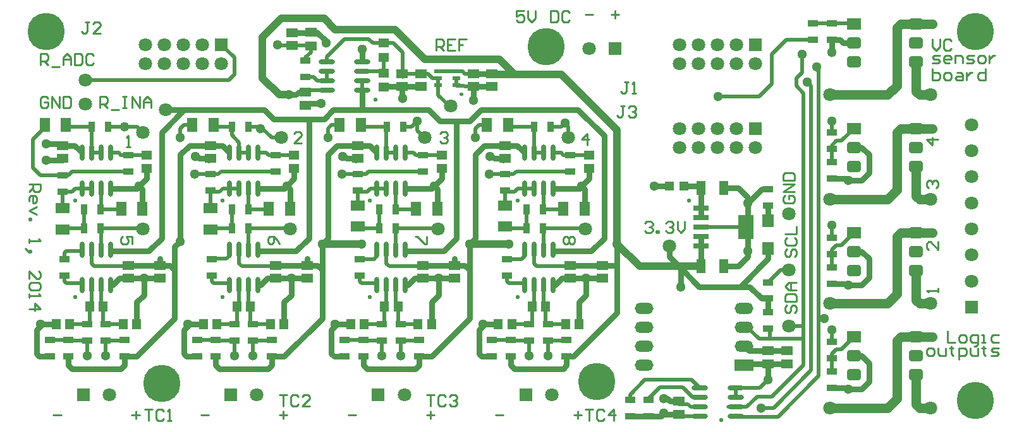
<source format=gtl>
%FSLAX42Y42*%
%MOMM*%
G71*
G01*
G75*
G04 Layer_Physical_Order=1*
G04 Layer_Color=255*
%ADD10R,1.35X0.85*%
%ADD11O,2.20X0.60*%
%ADD12R,2.15X3.20*%
%ADD13R,2.15X0.70*%
%ADD14R,1.15X1.85*%
%ADD15R,1.20X1.30*%
%ADD16R,1.50X1.30*%
%ADD17R,1.50X1.15*%
%ADD18R,1.15X1.40*%
%ADD19O,0.60X2.20*%
%ADD20R,0.85X1.35*%
%ADD21R,1.35X1.85*%
%ADD22R,1.85X1.35*%
%ADD23R,1.40X1.15*%
%ADD24R,1.40X1.20*%
%ADD25R,1.10X0.60*%
%ADD26R,1.90X1.50*%
G04:AMPARAMS|DCode=27|XSize=1.9mm|YSize=1.5mm|CornerRadius=0.38mm|HoleSize=0mm|Usage=FLASHONLY|Rotation=0.000|XOffset=0mm|YOffset=0mm|HoleType=Round|Shape=RoundedRectangle|*
%AMROUNDEDRECTD27*
21,1,1.90,0.75,0,0,0.0*
21,1,1.15,1.50,0,0,0.0*
1,1,0.75,0.57,-0.38*
1,1,0.75,-0.57,-0.38*
1,1,0.75,-0.57,0.38*
1,1,0.75,0.57,0.38*
%
%ADD27ROUNDEDRECTD27*%
%ADD28R,1.50X1.75*%
%ADD29C,0.50*%
%ADD30C,0.75*%
%ADD31C,1.00*%
%ADD32C,1.30*%
%ADD33C,0.25*%
%ADD34C,1.80*%
%ADD35R,1.80X1.80*%
%ADD36R,1.80X1.80*%
%ADD37C,5.00*%
%ADD38R,2.50X1.50*%
%ADD39O,2.50X1.50*%
%ADD40C,1.30*%
D10*
X15950Y11005D02*
D03*
Y11225D02*
D03*
Y9590D02*
D03*
Y9810D02*
D03*
Y8190D02*
D03*
Y8410D02*
D03*
X5975Y8825D02*
D03*
Y9045D02*
D03*
X6225Y8825D02*
D03*
Y9045D02*
D03*
X5475Y8615D02*
D03*
Y8835D02*
D03*
X5725D02*
D03*
Y8615D02*
D03*
X6475Y8835D02*
D03*
Y8615D02*
D03*
X5675Y9700D02*
D03*
Y9920D02*
D03*
X5650Y10825D02*
D03*
Y11045D02*
D03*
X6525Y11100D02*
D03*
Y11320D02*
D03*
X12400Y8835D02*
D03*
Y8615D02*
D03*
X12150Y8825D02*
D03*
Y9045D02*
D03*
X11600Y9700D02*
D03*
Y9920D02*
D03*
X11900Y8825D02*
D03*
Y9045D02*
D03*
X11650Y8835D02*
D03*
Y8615D02*
D03*
X11400D02*
D03*
Y8835D02*
D03*
X11575Y10840D02*
D03*
Y11060D02*
D03*
X12450Y11100D02*
D03*
Y11320D02*
D03*
X10425Y8835D02*
D03*
Y8615D02*
D03*
X10175Y8825D02*
D03*
Y9045D02*
D03*
X9625Y9700D02*
D03*
Y9920D02*
D03*
X9925Y8825D02*
D03*
Y9045D02*
D03*
X9675Y8835D02*
D03*
Y8615D02*
D03*
X9425D02*
D03*
Y8835D02*
D03*
X9600Y10840D02*
D03*
Y11060D02*
D03*
X10475Y11100D02*
D03*
Y11320D02*
D03*
X8450Y8835D02*
D03*
Y8615D02*
D03*
X8200Y8825D02*
D03*
Y9045D02*
D03*
X7650Y9700D02*
D03*
Y9920D02*
D03*
X7950Y8825D02*
D03*
Y9045D02*
D03*
X7700Y8835D02*
D03*
Y8615D02*
D03*
X7450D02*
D03*
Y8835D02*
D03*
X7625Y10840D02*
D03*
Y11060D02*
D03*
X8500Y11100D02*
D03*
Y11320D02*
D03*
X8900Y12365D02*
D03*
Y12585D02*
D03*
X13250Y8035D02*
D03*
Y7815D02*
D03*
X13500Y8035D02*
D03*
Y7815D02*
D03*
X15100Y9210D02*
D03*
Y8990D02*
D03*
Y9390D02*
D03*
Y9610D02*
D03*
X15950Y8810D02*
D03*
Y8590D02*
D03*
Y10210D02*
D03*
Y9990D02*
D03*
Y11625D02*
D03*
Y11405D02*
D03*
X15700Y12865D02*
D03*
Y13085D02*
D03*
X15950Y12865D02*
D03*
Y13085D02*
D03*
X15100Y10860D02*
D03*
Y10640D02*
D03*
D11*
X14185Y8190D02*
D03*
Y8064D02*
D03*
Y7936D02*
D03*
Y7810D02*
D03*
X14665Y8190D02*
D03*
Y8064D02*
D03*
Y7936D02*
D03*
Y7810D02*
D03*
X9665Y12185D02*
D03*
Y12311D02*
D03*
Y12439D02*
D03*
Y12565D02*
D03*
X9185Y12185D02*
D03*
Y12311D02*
D03*
Y12439D02*
D03*
Y12565D02*
D03*
D12*
X14802Y10350D02*
D03*
D13*
X14198Y10604D02*
D03*
Y10477D02*
D03*
Y10350D02*
D03*
Y10223D02*
D03*
Y10096D02*
D03*
D14*
Y10875D02*
D03*
X14502D02*
D03*
X14198Y9825D02*
D03*
X14502D02*
D03*
D15*
X13970Y10900D02*
D03*
X13780D02*
D03*
D16*
X8725Y12788D02*
D03*
Y12962D02*
D03*
X6525Y9662D02*
D03*
Y9838D02*
D03*
X6950Y9662D02*
D03*
Y9838D02*
D03*
X5650Y11272D02*
D03*
Y11447D02*
D03*
X11575Y11272D02*
D03*
Y11447D02*
D03*
X12450Y9662D02*
D03*
Y9838D02*
D03*
X12875Y9662D02*
D03*
Y9838D02*
D03*
X9600Y11272D02*
D03*
Y11447D02*
D03*
X10475Y9662D02*
D03*
Y9838D02*
D03*
X10900Y9662D02*
D03*
Y9838D02*
D03*
X7625Y11272D02*
D03*
Y11447D02*
D03*
X8500Y9662D02*
D03*
Y9838D02*
D03*
X8925Y9662D02*
D03*
Y9838D02*
D03*
X8900Y11988D02*
D03*
Y12162D02*
D03*
X10197Y12238D02*
D03*
Y12412D02*
D03*
X10447Y12238D02*
D03*
Y12412D02*
D03*
X11150Y12238D02*
D03*
Y12412D02*
D03*
X11400Y12238D02*
D03*
Y12412D02*
D03*
X15100Y8512D02*
D03*
Y8688D02*
D03*
X15350Y8512D02*
D03*
Y8688D02*
D03*
X13900Y8012D02*
D03*
Y7837D02*
D03*
D17*
X8975Y12780D02*
D03*
Y12970D02*
D03*
D18*
X5560Y9050D02*
D03*
X5740D02*
D03*
X6460D02*
D03*
X6640D02*
D03*
X6010Y9285D02*
D03*
X6190D02*
D03*
X12385Y9050D02*
D03*
X12565D02*
D03*
X11935Y9285D02*
D03*
X12115D02*
D03*
X11485Y9050D02*
D03*
X11665D02*
D03*
X10410D02*
D03*
X10590D02*
D03*
X9960Y9285D02*
D03*
X10140D02*
D03*
X9510Y9050D02*
D03*
X9690D02*
D03*
X8435D02*
D03*
X8615D02*
D03*
X7985Y9285D02*
D03*
X8165D02*
D03*
X7535Y9050D02*
D03*
X7715D02*
D03*
D19*
X5910Y9570D02*
D03*
X6037D02*
D03*
X6163D02*
D03*
X6290D02*
D03*
X5910Y10050D02*
D03*
X6037D02*
D03*
X6163D02*
D03*
X6290D02*
D03*
X5910Y10870D02*
D03*
X6037D02*
D03*
X6163D02*
D03*
X6290D02*
D03*
X5910Y11350D02*
D03*
X6037D02*
D03*
X6163D02*
D03*
X6290D02*
D03*
X11835Y10870D02*
D03*
X11961D02*
D03*
X12089D02*
D03*
X12215D02*
D03*
X11835Y11350D02*
D03*
X11961D02*
D03*
X12089D02*
D03*
X12215D02*
D03*
X11835Y9570D02*
D03*
X11961D02*
D03*
X12089D02*
D03*
X12215D02*
D03*
X11835Y10050D02*
D03*
X11961D02*
D03*
X12089D02*
D03*
X12215D02*
D03*
X9860Y10870D02*
D03*
X9986D02*
D03*
X10114D02*
D03*
X10240D02*
D03*
X9860Y11350D02*
D03*
X9986D02*
D03*
X10114D02*
D03*
X10240D02*
D03*
X9860Y9570D02*
D03*
X9986D02*
D03*
X10114D02*
D03*
X10240D02*
D03*
X9860Y10050D02*
D03*
X9986D02*
D03*
X10114D02*
D03*
X10240D02*
D03*
X7885Y10870D02*
D03*
X8011D02*
D03*
X8139D02*
D03*
X8265D02*
D03*
X7885Y11350D02*
D03*
X8011D02*
D03*
X8139D02*
D03*
X8265D02*
D03*
X7885Y9570D02*
D03*
X8011D02*
D03*
X8139D02*
D03*
X8265D02*
D03*
X7885Y10050D02*
D03*
X8011D02*
D03*
X8139D02*
D03*
X8265D02*
D03*
D20*
X6160Y10335D02*
D03*
X5940D02*
D03*
Y10585D02*
D03*
X6160D02*
D03*
X6040Y11700D02*
D03*
X6260D02*
D03*
X12085Y10335D02*
D03*
X11865D02*
D03*
Y10585D02*
D03*
X12085D02*
D03*
X11965Y11700D02*
D03*
X12185D02*
D03*
X10110Y10335D02*
D03*
X9890D02*
D03*
Y10585D02*
D03*
X10110D02*
D03*
X9990Y11700D02*
D03*
X10210D02*
D03*
X8135Y10335D02*
D03*
X7915D02*
D03*
Y10585D02*
D03*
X8135D02*
D03*
X7915Y11700D02*
D03*
X8135D02*
D03*
D21*
X6432Y10600D02*
D03*
X6718D02*
D03*
X5408Y11725D02*
D03*
X5692D02*
D03*
X11332D02*
D03*
X11617D02*
D03*
X12357Y10600D02*
D03*
X12643D02*
D03*
X9357Y11725D02*
D03*
X9643D02*
D03*
X10382Y10600D02*
D03*
X10668D02*
D03*
X7382Y11725D02*
D03*
X7668D02*
D03*
X8407Y10600D02*
D03*
X8693D02*
D03*
D22*
X5650Y10318D02*
D03*
Y10603D02*
D03*
X11575Y10357D02*
D03*
Y10643D02*
D03*
X9600Y10357D02*
D03*
Y10643D02*
D03*
X7625Y10318D02*
D03*
Y10603D02*
D03*
D23*
X6775Y11135D02*
D03*
Y11315D02*
D03*
X12700Y11135D02*
D03*
Y11315D02*
D03*
X10725Y11135D02*
D03*
Y11315D02*
D03*
X8750Y11135D02*
D03*
Y11315D02*
D03*
D24*
X9950Y12630D02*
D03*
Y12820D02*
D03*
X9950Y12230D02*
D03*
Y12420D02*
D03*
D25*
X10920Y12255D02*
D03*
Y12350D02*
D03*
Y12445D02*
D03*
X10680D02*
D03*
Y12350D02*
D03*
Y12255D02*
D03*
D26*
X16250Y8875D02*
D03*
Y10275D02*
D03*
Y11675D02*
D03*
Y13075D02*
D03*
D27*
Y8621D02*
D03*
Y8367D02*
D03*
X17080Y8875D02*
D03*
Y8621D02*
D03*
Y8367D02*
D03*
X16250Y10021D02*
D03*
Y9767D02*
D03*
X17080Y10275D02*
D03*
Y10021D02*
D03*
Y9767D02*
D03*
X16250Y11421D02*
D03*
Y11167D02*
D03*
X17080Y11675D02*
D03*
Y11421D02*
D03*
Y11167D02*
D03*
X16250Y12821D02*
D03*
Y12567D02*
D03*
X17080Y13075D02*
D03*
Y12821D02*
D03*
Y12567D02*
D03*
D28*
X15100Y10438D02*
D03*
Y10062D02*
D03*
D29*
X15265Y9775D02*
X15375D01*
X15100Y9610D02*
X15265Y9775D01*
X7845Y9925D02*
X7885Y9964D01*
X7650Y9925D02*
X7845D01*
X5950Y12325D02*
X7875D01*
X14990Y8190D02*
X15100Y8300D01*
X14665Y8190D02*
X14990D01*
X15025Y7925D02*
X15025Y7925D01*
X15175D01*
X14565Y7936D02*
X14686D01*
X14950Y8075D02*
X15150D01*
X14812Y7936D02*
X14950Y8075D01*
X14665Y7936D02*
X14812D01*
X15230Y7805D02*
X15775Y8350D01*
X14670Y7805D02*
X15230D01*
X14665Y7810D02*
X14670Y7805D01*
X13900Y7809D02*
X14085D01*
X12375Y11750D02*
X12425Y11700D01*
Y11550D02*
Y11700D01*
X10400Y11650D02*
X10500Y11550D01*
X10400Y11650D02*
Y11775D01*
X8135Y11700D02*
X8300D01*
X8450Y11550D01*
X8575D01*
X6650Y11700D02*
X6725Y11625D01*
X6475Y11700D02*
X6650D01*
X10680Y12120D02*
X10800Y12000D01*
X10680Y12120D02*
Y12255D01*
X7775Y12800D02*
X7950Y12625D01*
Y12400D02*
Y12625D01*
X7875Y12325D02*
X7950Y12400D01*
X12325Y11700D02*
X12375Y11750D01*
X12185Y11700D02*
X12325D01*
X15550Y9025D02*
X15575Y9050D01*
X15375Y9025D02*
X15550D01*
X15575Y8850D02*
Y9050D01*
X9185Y12635D02*
X9425Y12875D01*
X9750D01*
X10325Y11700D02*
X10400Y11775D01*
X10210Y11700D02*
X10325D01*
X10197Y12412D02*
X10447D01*
X10538D01*
X10600Y12350D01*
X10680D01*
X8525Y12800D02*
X8538Y12788D01*
X8725D01*
X7625Y11060D02*
X7735D01*
X7775Y11100D01*
X8500D01*
X7415Y11060D02*
X7625D01*
X7225Y11550D02*
Y11675D01*
X7275Y11725D01*
X7382D01*
X9390Y11060D02*
X9600D01*
X9200Y11550D02*
Y11675D01*
X9250Y11725D01*
X9357D01*
X11225D02*
X11332D01*
X11175Y11675D02*
X11225Y11725D01*
X11175Y11550D02*
Y11675D01*
X11175Y11550D02*
X11175Y11550D01*
X11365Y11060D02*
X11575D01*
X6715Y10335D02*
X6725Y10325D01*
X6160Y10335D02*
X6715D01*
X6415Y10585D02*
X6425Y10575D01*
X6160Y10585D02*
X6415D01*
X8690Y10335D02*
X8700Y10325D01*
X8135Y10335D02*
X8690D01*
X8390Y10585D02*
X8400Y10575D01*
X8135Y10585D02*
X8390D01*
X9750Y11100D02*
X10475D01*
X9710Y11060D02*
X9750Y11100D01*
X9600Y11060D02*
X9710D01*
X10665Y10335D02*
X10675Y10325D01*
X10110Y10335D02*
X10665D01*
X9625Y9920D02*
X9820D01*
X9860Y9960D01*
X11835D02*
Y10050D01*
X11795Y9920D02*
X11835Y9960D01*
X11600Y9920D02*
X11795D01*
X12615Y10335D02*
X12650Y10300D01*
X12085Y10335D02*
X12615D01*
X11575Y11060D02*
X11685D01*
X11725Y11100D01*
X12450D01*
X15700Y13085D02*
X15950D01*
X16240D02*
X16250Y13075D01*
X15950Y13085D02*
X16240D01*
X15950Y11225D02*
Y11405D01*
X16240Y10265D02*
X16250Y10275D01*
X16240Y8865D02*
X16250Y8875D01*
X15950Y8410D02*
Y8590D01*
X14076Y8300D02*
X14185Y8190D01*
X13450Y8300D02*
X14076D01*
X13250Y8100D02*
X13450Y8300D01*
X13250Y8035D02*
Y8100D01*
X14086Y8064D02*
X14185D01*
X13950Y8200D02*
X14086Y8064D01*
X13650Y8200D02*
X13950D01*
X13500Y8050D02*
X13650Y8200D01*
X13500Y8035D02*
Y8050D01*
X13900Y7975D02*
X14023D01*
X14061Y7936D01*
X14185D01*
X14000Y9825D02*
X14025D01*
X14198Y10350D02*
X14802D01*
X7693Y11700D02*
X7915D01*
Y11585D02*
Y11700D01*
Y11585D02*
X8011Y11489D01*
Y11350D02*
Y11489D01*
X8900Y12585D02*
Y12625D01*
X8975Y12700D01*
Y12780D01*
X8900Y12365D02*
X9010D01*
X9064Y12311D01*
X9185D01*
X8725Y12788D02*
X8968D01*
X6010Y9060D02*
Y9285D01*
X6190Y9080D02*
Y9285D01*
X6037Y9311D02*
Y9570D01*
X6010Y9285D02*
X6037Y9311D01*
X6163Y9311D02*
Y9570D01*
Y9311D02*
X6190Y9285D01*
X5745Y9045D02*
X5975D01*
X5740Y9050D02*
X5745Y9045D01*
X6225D02*
X6455D01*
X6460Y9050D01*
X5675Y9625D02*
Y9700D01*
Y9625D02*
X5700Y9600D01*
X5900D01*
X5675Y9920D02*
Y10000D01*
X5700Y10025D01*
X5900D01*
X6037Y9864D02*
Y10050D01*
Y9864D02*
X6075Y9825D01*
X6500D01*
X5975Y8625D02*
Y8825D01*
X6225Y8625D02*
Y8825D01*
X5750D02*
X5975D01*
X5475Y8835D02*
X5725D01*
X6225Y8825D02*
X6450D01*
X6160Y10054D02*
X6163Y10050D01*
X5667Y10335D02*
X5940D01*
X5650Y10318D02*
X5667Y10335D01*
X5940D02*
Y10585D01*
X6163Y10589D02*
Y10870D01*
X6160Y10585D02*
X6163Y10589D01*
Y10050D02*
Y10332D01*
X6160Y10335D02*
X6163Y10332D01*
X5910Y10870D02*
X6037D01*
X5650Y10825D02*
X5775D01*
X5820Y10870D01*
X5910D01*
X5650Y10603D02*
Y10825D01*
X5355Y11045D02*
X5650D01*
X5250Y11150D02*
X5355Y11045D01*
X5250Y11150D02*
Y11525D01*
X5435Y11710D01*
X5650Y11045D02*
X5720D01*
X5775Y11100D01*
X6525D01*
X6290Y11350D02*
X6400D01*
X6430Y11320D01*
X6525D01*
X6037Y11350D02*
X6163D01*
X6525Y11320D02*
X6770D01*
X6775Y11315D01*
X9986Y9864D02*
X10025Y9825D01*
X10450D01*
X9986Y9864D02*
Y10050D01*
X10175Y9045D02*
X10405D01*
X10410Y9050D01*
X9960Y9060D02*
Y9285D01*
X9986Y9311D01*
Y9570D01*
X10114Y9311D02*
X10140Y9285D01*
X10114Y9311D02*
Y9570D01*
X10140Y9080D02*
Y9285D01*
X9690Y9050D02*
X9695Y9045D01*
X9925D01*
X9600Y10318D02*
X9617Y10335D01*
X9890D01*
X9600Y10603D02*
Y10825D01*
X10365Y10585D02*
X10375Y10575D01*
X10110Y10585D02*
X10365D01*
X10475Y11320D02*
X10720D01*
X10725Y11315D01*
X9925Y8625D02*
Y8825D01*
X10175Y8625D02*
Y8825D01*
X10400D01*
X9625Y9625D02*
X9650Y9600D01*
X9625Y9625D02*
Y9700D01*
X9650Y9600D02*
X9850D01*
X9700Y8825D02*
X9925D01*
X9425Y8835D02*
X9675D01*
X10110Y10335D02*
X10114Y10332D01*
Y10050D02*
Y10332D01*
X9890Y10335D02*
Y10585D01*
X10110D02*
X10114Y10589D01*
Y10870D01*
X9600Y10825D02*
X9725D01*
X9770Y10870D01*
X9860D01*
X10350Y11350D02*
X10380Y11320D01*
X10240Y11350D02*
X10350D01*
X10380Y11320D02*
X10475D01*
X9860Y10870D02*
X9986D01*
Y11350D02*
X10114D01*
X10110Y10054D02*
X10114Y10050D01*
X12000Y9825D02*
X12425D01*
X11961Y9864D02*
Y10050D01*
Y9864D02*
X12000Y9825D01*
X12150Y9045D02*
X12380D01*
X12385Y9050D01*
X11935Y9060D02*
Y9285D01*
X11961Y9311D01*
Y9570D01*
X12089Y9311D02*
X12115Y9285D01*
X12089Y9311D02*
Y9570D01*
X12115Y9080D02*
Y9285D01*
X11665Y9050D02*
X11670Y9045D01*
X11900D01*
X11575Y10318D02*
X11592Y10335D01*
X11865D01*
X11575Y10603D02*
Y10825D01*
X12085Y10585D02*
X12340D01*
X12350Y10575D01*
X12450Y11320D02*
X12695D01*
X12700Y11315D01*
X11900Y8625D02*
Y8825D01*
X12150Y8625D02*
Y8825D01*
X12375D01*
X11600Y9625D02*
X11625Y9600D01*
X11600Y9625D02*
Y9700D01*
X11625Y9600D02*
X11825D01*
X11675Y8825D02*
X11900D01*
X11400Y8835D02*
X11650D01*
X12085Y10335D02*
X12089Y10332D01*
Y10050D02*
Y10332D01*
X11865Y10335D02*
Y10585D01*
X12089Y10589D02*
Y10870D01*
X12085Y10585D02*
X12089Y10589D01*
X11575Y10825D02*
X11700D01*
X11745Y10870D01*
X11835D01*
X12325Y11350D02*
X12355Y11320D01*
X12215Y11350D02*
X12325D01*
X12355Y11320D02*
X12450D01*
X11835Y10870D02*
X11961D01*
X12085Y10054D02*
X12089Y10050D01*
X8011Y9864D02*
X8050Y9825D01*
X8011Y9864D02*
Y10050D01*
X8050Y9825D02*
X8475D01*
X8200Y9045D02*
X8430D01*
X8435Y9050D01*
X7985Y9060D02*
Y9285D01*
X8011Y9311D01*
Y9570D01*
X8139Y9311D02*
X8165Y9285D01*
X8139Y9311D02*
Y9570D01*
X8165Y9080D02*
Y9285D01*
X7715Y9050D02*
X7720Y9045D01*
X7950D01*
X7625Y10318D02*
X7643Y10335D01*
X7915D01*
X7625Y10603D02*
Y10825D01*
X8500Y11320D02*
X8745D01*
X8750Y11315D01*
X7950Y8625D02*
Y8825D01*
X8200Y8625D02*
Y8825D01*
X8425D01*
X7650Y9625D02*
X7675Y9600D01*
X7650Y9625D02*
Y9700D01*
X7675Y9600D02*
X7875D01*
X7725Y8825D02*
X7950D01*
X7450Y8835D02*
X7700D01*
X8135Y10335D02*
X8139Y10332D01*
Y10050D02*
Y10332D01*
X7915Y10335D02*
Y10585D01*
X8139Y10589D02*
Y10870D01*
X8135Y10585D02*
X8139Y10589D01*
X7625Y10825D02*
X7750D01*
X7795Y10870D01*
X7885D01*
X8375Y11350D02*
X8405Y11320D01*
X8265Y11350D02*
X8375D01*
X8405Y11320D02*
X8500D01*
X7885Y10870D02*
X8011D01*
X8135Y10054D02*
X8139Y10050D01*
X10920Y12445D02*
X11005D01*
X11037Y12412D01*
X11150D01*
X11037Y12238D02*
X11150D01*
X11025Y12250D02*
X11037Y12238D01*
X10925Y12250D02*
X11025D01*
X10920Y12255D02*
X10925Y12250D01*
X10920Y12255D02*
Y12350D01*
X10680Y12445D02*
X10920D01*
X10680Y12255D02*
Y12350D01*
X9665Y12439D02*
X9931D01*
X9950Y12420D01*
Y12630D01*
X9950Y12630D01*
X9805Y12820D02*
X9950D01*
X9750Y12875D02*
X9805Y12820D01*
X9185Y12565D02*
Y12635D01*
X10200Y12362D02*
Y12700D01*
X10080Y12820D02*
X10200Y12700D01*
X9950Y12820D02*
X10080D01*
X8903Y12185D02*
X9185D01*
X8900Y12188D02*
X8903Y12185D01*
X9185Y12311D02*
Y12439D01*
X9665Y12185D02*
Y12311D01*
X6260Y11700D02*
X6475D01*
X6037Y11350D02*
Y11696D01*
X6040Y11700D01*
X5717D02*
X6040D01*
X5692Y11725D02*
X5717Y11700D01*
X8011Y11350D02*
X8139D01*
X7668Y11725D02*
X7693Y11700D01*
X9986Y11350D02*
Y11696D01*
X9990Y11700D01*
X9668D02*
X9990D01*
X9643Y11725D02*
X9668Y11700D01*
X11961Y11350D02*
Y11696D01*
X11965Y11700D01*
X11961Y11350D02*
X12089D01*
X11643Y11700D02*
X11965D01*
X11617Y11725D02*
X11643Y11700D01*
X14000Y9825D02*
X14000Y9825D01*
X15150Y8075D02*
X15575Y8500D01*
X14775Y8983D02*
X14842D01*
X14975Y8850D01*
X15550Y12425D02*
Y12675D01*
X15175Y7925D02*
X15675Y8425D01*
X15340Y12865D02*
X15700D01*
X15150Y12675D02*
X15340Y12865D01*
X15150Y12275D02*
Y12675D01*
X14975Y12100D02*
X15150Y12275D01*
X14425Y12100D02*
X14975D01*
X15750Y12500D02*
X15775Y12475D01*
X15950Y11405D02*
Y11445D01*
X16188Y11675D02*
X16250D01*
X15950Y11775D02*
Y11800D01*
Y11445D02*
X16012Y11507D01*
X16082D01*
X16250Y11675D01*
X15950Y11625D02*
Y11775D01*
Y9810D02*
Y9990D01*
X16082Y10107D02*
X16250Y10275D01*
X16012Y10107D02*
X16082D01*
X15950Y10045D02*
X16012Y10107D01*
X15950Y10005D02*
Y10045D01*
X16082Y8707D02*
X16250Y8875D01*
X16012Y8707D02*
X16082D01*
X15950Y8645D02*
X16012Y8707D01*
X15950Y8605D02*
Y8645D01*
Y10210D02*
Y10375D01*
Y8810D02*
Y8975D01*
X14975Y8850D02*
X15125D01*
Y8990D01*
X15675Y8425D02*
Y12250D01*
X15625Y12300D02*
X15675Y12250D01*
X15475Y12250D02*
X15575Y12150D01*
X15475Y12250D02*
Y12350D01*
X15550Y12425D01*
X15125Y8850D02*
X15575D01*
Y8500D02*
Y8850D01*
X15775Y8350D02*
Y12475D01*
X15575Y9050D02*
Y12150D01*
X14665Y8064D02*
Y8190D01*
D30*
X13925Y9800D02*
X14175Y9550D01*
X13900Y9825D02*
X13925Y9800D01*
Y9550D02*
Y9800D01*
X14775Y8754D02*
X14841Y8688D01*
X15100D01*
X14775Y8500D02*
X14788Y8512D01*
X15100D01*
X13075Y9200D02*
Y9850D01*
X12490Y8615D02*
X13075Y9200D01*
X12400Y8615D02*
X12490D01*
X6675Y10900D02*
X6718Y10857D01*
Y10600D02*
Y10857D01*
X8650Y10900D02*
X8693Y10857D01*
Y10600D02*
Y10857D01*
X10625Y10900D02*
X10668Y10857D01*
Y10600D02*
Y10857D01*
X12600Y10900D02*
X12643Y10857D01*
Y10600D02*
Y10857D01*
X10925Y11775D02*
X11100D01*
X10700D02*
X10925D01*
X10925Y11775D02*
X10925Y11775D01*
X10925Y10200D02*
Y11775D01*
X10550Y11925D02*
X10700Y11775D01*
X11100D02*
X11250Y11925D01*
X9675D02*
X10550D01*
X7000D02*
X7275D01*
X8950Y11800D02*
X9150D01*
X8950Y10200D02*
Y11800D01*
X8475D02*
X8950D01*
X8350Y11925D02*
X8475Y11800D01*
X12900Y10200D02*
Y11575D01*
X12550Y11925D02*
X12900Y11575D01*
X13775Y9950D02*
X13900Y9825D01*
X13775Y9950D02*
Y10100D01*
X15100Y10438D02*
Y10640D01*
X14725Y9550D02*
X14850D01*
X14725D02*
X15100Y9925D01*
Y10062D01*
X13575Y10900D02*
X13575Y10900D01*
X13780D01*
X9055Y12970D02*
X9175Y12850D01*
Y12825D02*
Y12850D01*
X10197Y12078D02*
X10200Y12075D01*
X10197Y12078D02*
Y12238D01*
X9950Y12230D02*
X9957Y12238D01*
X10197D01*
X11150Y12050D02*
Y12238D01*
X11100Y10125D02*
X11100Y10125D01*
X11100Y9775D02*
Y10125D01*
X9125D02*
X9125Y10125D01*
X9125Y9775D02*
Y10125D01*
X7150Y10085D02*
X7225Y10160D01*
X7150Y9775D02*
Y10085D01*
X8975Y12970D02*
X9055D01*
X13075Y9850D02*
Y10125D01*
X13062Y9838D02*
X13075Y9850D01*
X12875Y9838D02*
X13062D01*
X7347Y11447D02*
X7625D01*
X7225Y11325D02*
X7347Y11447D01*
X7225Y10160D02*
Y11325D01*
X7478Y11272D02*
X7625D01*
X7450Y11300D02*
X7478Y11272D01*
X9322Y11447D02*
X9600D01*
X9200Y11325D02*
X9322Y11447D01*
X9200Y10200D02*
Y11325D01*
X9125Y10125D02*
X9200Y10200D01*
X9453Y11272D02*
X9600D01*
X9425Y11300D02*
X9453Y11272D01*
X11375Y11300D02*
X11400D01*
X11428Y11272D01*
X11575D01*
X11100Y10125D02*
X11175Y10200D01*
Y11325D01*
X11297Y11447D01*
X11575D01*
X5428Y11472D02*
X5650D01*
X15950Y12700D02*
Y12865D01*
X16104Y12821D02*
X16250D01*
X16060Y12865D02*
X16104Y12821D01*
X15950Y12865D02*
X16060D01*
X16196Y11421D02*
X16250D01*
X16196Y10021D02*
X16250D01*
X16196Y8621D02*
X16250D01*
X15100Y8300D02*
Y8512D01*
X13250Y7815D02*
X13500D01*
X13665D02*
X13700Y7850D01*
X13500Y7815D02*
X13665D01*
X13700Y8050D02*
X13750D01*
X13787Y8012D01*
X13900D01*
X13700Y7850D02*
X13712Y7837D01*
X13900D01*
X11250Y11925D02*
X12550D01*
X14802Y10350D02*
X14825Y10372D01*
Y10675D01*
Y10750D01*
X14700Y10875D02*
X14825Y10750D01*
X14502Y10875D02*
X14700D01*
X14825Y10025D02*
Y10050D01*
Y9950D02*
Y10025D01*
X14825D01*
X14800D02*
X14825D01*
X14802Y10350D02*
X14825Y10328D01*
Y10025D02*
Y10328D01*
X14700Y9825D02*
X14825Y9950D01*
X14502Y9825D02*
X14700D01*
X14198D02*
Y10096D01*
X14173Y10900D02*
X14198Y10875D01*
Y10604D02*
Y10875D01*
Y10096D02*
Y10200D01*
Y10500D02*
Y10604D01*
X7275Y11925D02*
X8350D01*
X8968Y12962D02*
X8975Y12970D01*
X8725Y12962D02*
X8968D01*
X5375Y9050D02*
X5560D01*
X5335Y8615D02*
X5475D01*
X5300Y8650D02*
X5335Y8615D01*
X5300Y8650D02*
Y8975D01*
X5350Y9025D01*
Y9050D01*
X5725Y8500D02*
Y8615D01*
Y8500D02*
X5775Y8450D01*
X6425D01*
X6475Y8500D01*
Y8615D01*
X6525Y9662D02*
X6738D01*
X6525Y9838D02*
X6875D01*
X5650Y11447D02*
X5678Y11450D01*
X5428Y11247D02*
X5650D01*
Y11447D02*
X5812D01*
X5900Y11360D01*
X6775Y11000D02*
Y11135D01*
X6305Y10870D02*
X6645D01*
X6675Y10900D02*
X6775Y11000D01*
X6320Y9570D02*
X6412Y9662D01*
X6525D01*
X6640Y9050D02*
Y9340D01*
X6738Y9438D01*
Y9662D01*
X9762Y11447D02*
X9850Y11360D01*
X9600Y11447D02*
X9762D01*
X10270Y9570D02*
X10362Y9662D01*
X10590Y9050D02*
Y9340D01*
X10688Y9438D01*
Y9662D01*
X10362D02*
X10475D01*
X10688D01*
X10475Y9838D02*
X10825D01*
X9250Y8650D02*
X9285Y8615D01*
X9425D01*
X9250Y8650D02*
Y8975D01*
X9300Y9025D01*
Y9050D01*
X9325D02*
X9510D01*
X10255Y10870D02*
X10595D01*
X10625Y10900D02*
X10725Y11000D01*
Y11135D01*
X9675Y8500D02*
X9725Y8450D01*
X9675Y8500D02*
Y8615D01*
X10375Y8450D02*
X10425Y8500D01*
X9725Y8450D02*
X10375D01*
X10425Y8500D02*
Y8615D01*
X9575Y11247D02*
X9600Y11272D01*
X11550Y11247D02*
X11575Y11272D01*
X11575Y11447D02*
X11737D01*
X11825Y11360D01*
X12245Y9570D02*
X12338Y9662D01*
X12565Y9050D02*
Y9340D01*
X12662Y9438D01*
Y9662D01*
X12338D02*
X12450D01*
X12662D01*
X12450Y9838D02*
X12800D01*
X11225Y8650D02*
X11260Y8615D01*
X11225Y8650D02*
Y8975D01*
X11275Y9025D01*
X11260Y8615D02*
X11400D01*
X11275Y9025D02*
Y9050D01*
X11300D02*
X11485D01*
X12230Y10870D02*
X12570D01*
X12600Y10900D02*
X12700Y11000D01*
Y11135D01*
X11650Y8500D02*
Y8615D01*
X11700Y8450D02*
X12350D01*
X11650Y8500D02*
X11700Y8450D01*
X12400Y8500D02*
Y8615D01*
X12350Y8450D02*
X12400Y8500D01*
X7600Y11247D02*
X7625Y11272D01*
X7625Y11447D02*
X7787D01*
X7875Y11360D01*
X8388Y9662D02*
X8500D01*
X8615Y9050D02*
Y9340D01*
X8712Y9438D01*
X8295Y9570D02*
X8388Y9662D01*
X8500D02*
X8712D01*
Y9438D02*
Y9662D01*
X8500Y9838D02*
X8850D01*
X7275Y8650D02*
Y8975D01*
X7310Y8615D02*
X7450D01*
X7275Y8650D02*
X7310Y8615D01*
X7275Y8975D02*
X7325Y9025D01*
Y9050D01*
X7350D02*
X7535D01*
X8280Y10870D02*
X8620D01*
X8650Y10900D02*
X8750Y11000D01*
Y11135D01*
X7700Y8500D02*
X7750Y8450D01*
X8400D01*
X7700Y8500D02*
Y8615D01*
X8450Y8500D02*
Y8615D01*
X8400Y8450D02*
X8450Y8500D01*
X11150Y12412D02*
X11400D01*
X11150Y12238D02*
X11400D01*
X10197Y12238D02*
X10447D01*
X9665Y12575D02*
Y12740D01*
X6950Y9838D02*
X7087D01*
X7150Y9775D01*
Y9125D02*
Y9775D01*
X6640Y8615D02*
X7150Y9125D01*
X6475Y8615D02*
X6640D01*
X6738Y9662D02*
X6950D01*
Y9838D02*
Y9925D01*
X6315Y10025D02*
X6800D01*
X6975Y10200D01*
X8925Y9838D02*
Y9925D01*
X10900Y9838D02*
Y9925D01*
X8775Y10025D02*
X8950Y10200D01*
X8290Y10025D02*
X8775D01*
X10265D02*
X10750D01*
X12725D02*
X12900Y10200D01*
X12240Y10025D02*
X12725D01*
X6975Y10200D02*
Y11625D01*
X7275Y11925D01*
X9150Y11800D02*
X9275Y11925D01*
X10750Y10025D02*
X10925Y10200D01*
X12900D02*
Y11450D01*
X8900Y12012D02*
X9112D01*
X9665Y11935D02*
Y12185D01*
Y11935D02*
X9675Y11925D01*
X9275D02*
X9675D01*
X13970Y10900D02*
X14173D01*
X15100Y8688D02*
X15350D01*
X15100Y8512D02*
X15350D01*
X16250Y11421D02*
X16354D01*
X16450Y11325D01*
Y11075D02*
Y11325D01*
X16350Y10975D02*
X16450Y11075D01*
X16175Y10975D02*
X16350D01*
X15950Y11005D02*
X16145D01*
X16175Y10975D01*
Y9575D02*
X16350D01*
X16450Y9675D01*
Y9925D01*
X16354Y10021D02*
X16450Y9925D01*
X16250Y10021D02*
X16354D01*
X15950Y9590D02*
X16160D01*
X16175Y9575D01*
Y8175D02*
X16350D01*
X16450Y8275D01*
Y8525D01*
X16354Y8621D02*
X16450Y8525D01*
X16250Y8621D02*
X16354D01*
X15950Y8190D02*
X16160D01*
X16175Y8175D01*
X14175Y9550D02*
X14725D01*
X15010Y10860D02*
X15100D01*
X14825Y10675D02*
X15010Y10860D01*
X8712Y9662D02*
X8925D01*
X10688D02*
X10900D01*
X12662D02*
X12875D01*
X14850Y9550D02*
X15010Y9390D01*
X15100Y9235D02*
X15125Y9210D01*
X15100Y9235D02*
Y9390D01*
X15010D02*
X15100D01*
X8812Y12162D02*
X8900D01*
X8775Y12125D02*
X8812Y12162D01*
X8675Y12125D02*
X8775D01*
X8450Y8615D02*
X8615D01*
X9125Y9125D01*
Y9775D01*
X9062Y9838D02*
X9125Y9775D01*
X8925Y9838D02*
X9062D01*
X10425Y8615D02*
X10590D01*
X11100Y9125D01*
Y9775D01*
X11037Y9838D02*
X11100Y9775D01*
X10900Y9838D02*
X11037D01*
D31*
X13073Y10127D02*
Y11653D01*
X12325Y12400D02*
X13073Y11653D01*
X11700Y12400D02*
X12325D01*
X13900Y9825D02*
X14000D01*
X13375D02*
X13900D01*
X13075Y10125D02*
X13375Y9825D01*
X8550Y12125D02*
X8675D01*
X8325Y12350D02*
X8550Y12125D01*
X8325Y12350D02*
Y12900D01*
X8575Y13150D01*
X9150D01*
X9300Y13000D01*
X11412Y12400D02*
X11700D01*
X11500Y12600D02*
X11700Y12400D01*
X10500Y12600D02*
X11500D01*
X10100Y13000D02*
X10500Y12600D01*
X9300Y13000D02*
X10100D01*
X13073Y10127D02*
X13075Y10125D01*
X11100Y10125D02*
X11625D01*
X9125D02*
X9650D01*
X14025Y9825D02*
X14198D01*
X14000Y9825D02*
X14025D01*
X11400Y12412D02*
X11412Y12400D01*
D32*
X15925Y7925D02*
X16700D01*
X16825Y8050D01*
Y8825D01*
X16875Y8875D01*
X17080D01*
X17125Y7925D02*
X17275D01*
X17080Y7970D02*
X17125Y7925D01*
X17080Y7970D02*
Y8367D01*
Y9370D02*
Y9767D01*
Y9370D02*
X17125Y9325D01*
X17275D01*
X16875Y10275D02*
X17080D01*
X16825Y10225D02*
X16875Y10275D01*
X16825Y9450D02*
Y10225D01*
X16700Y9325D02*
X16825Y9450D01*
X15925Y9325D02*
X16700D01*
X17080Y10770D02*
Y11167D01*
Y10770D02*
X17125Y10725D01*
X17275D01*
X16875Y11675D02*
X17080D01*
X16825Y11625D02*
X16875Y11675D01*
X16825Y10850D02*
Y11625D01*
X16700Y10725D02*
X16825Y10850D01*
X15925Y10725D02*
X16700D01*
X17080Y12170D02*
Y12567D01*
Y12170D02*
X17125Y12125D01*
X17275D01*
X16875Y13075D02*
X17080D01*
X16825Y13025D02*
X16875Y13075D01*
X16825Y12250D02*
Y13025D01*
X16700Y12125D02*
X16825Y12250D01*
X15925Y12125D02*
X16700D01*
X17080Y13075D02*
X17300D01*
X17080Y11675D02*
X17300D01*
X17080Y10275D02*
X17300D01*
X17080Y8875D02*
X17300D01*
D33*
X14450Y7750D02*
Y7775D01*
X14475D01*
Y7750D01*
X14450D01*
X17300Y12877D02*
Y12776D01*
X17351Y12725D01*
X17402Y12776D01*
Y12877D01*
X17554Y12852D02*
X17529Y12877D01*
X17478D01*
X17452Y12852D01*
Y12750D01*
X17478Y12725D01*
X17529D01*
X17554Y12750D01*
X17250Y8625D02*
X17301D01*
X17327Y8650D01*
Y8701D01*
X17301Y8727D01*
X17250D01*
X17225Y8701D01*
Y8650D01*
X17250Y8625D01*
X17377Y8727D02*
Y8650D01*
X17403Y8625D01*
X17479D01*
Y8727D01*
X17555Y8752D02*
Y8727D01*
X17530D01*
X17580D01*
X17555D01*
Y8650D01*
X17580Y8625D01*
X17657Y8574D02*
Y8727D01*
X17733D01*
X17758Y8701D01*
Y8650D01*
X17733Y8625D01*
X17657D01*
X17809Y8727D02*
Y8650D01*
X17834Y8625D01*
X17911D01*
Y8727D01*
X17987Y8752D02*
Y8727D01*
X17961D01*
X18012D01*
X17987D01*
Y8650D01*
X18012Y8625D01*
X18088D02*
X18164D01*
X18190Y8650D01*
X18164Y8676D01*
X18114D01*
X18088Y8701D01*
X18114Y8727D01*
X18190D01*
X17500Y8952D02*
Y8800D01*
X17602D01*
X17678D02*
X17729D01*
X17754Y8825D01*
Y8876D01*
X17729Y8902D01*
X17678D01*
X17652Y8876D01*
Y8825D01*
X17678Y8800D01*
X17855Y8749D02*
X17881D01*
X17906Y8775D01*
Y8902D01*
X17830D01*
X17805Y8876D01*
Y8825D01*
X17830Y8800D01*
X17906D01*
X17957D02*
X18008D01*
X17982D01*
Y8902D01*
X17957D01*
X18186D02*
X18109D01*
X18084Y8876D01*
Y8825D01*
X18109Y8800D01*
X18186D01*
X17375Y11526D02*
X17223D01*
X17299Y11450D01*
Y11552D01*
X17248Y10875D02*
X17223Y10900D01*
Y10951D01*
X17248Y10977D01*
X17273D01*
X17299Y10951D01*
Y10926D01*
Y10951D01*
X17324Y10977D01*
X17350D01*
X17375Y10951D01*
Y10900D01*
X17350Y10875D01*
X17375Y10152D02*
Y10050D01*
X17273Y10152D01*
X17248D01*
X17223Y10126D01*
Y10075D01*
X17248Y10050D01*
X17375Y9475D02*
Y9526D01*
Y9500D01*
X17223D01*
X17248Y9475D01*
X5200Y10925D02*
X5352D01*
Y10849D01*
X5327Y10823D01*
X5276D01*
X5251Y10849D01*
Y10925D01*
Y10874D02*
X5200Y10823D01*
Y10696D02*
Y10747D01*
X5225Y10773D01*
X5276D01*
X5302Y10747D01*
Y10696D01*
X5276Y10671D01*
X5251D01*
Y10773D01*
X5302Y10620D02*
X5200Y10570D01*
X5302Y10519D01*
X5200Y10468D02*
X5225D01*
Y10443D01*
X5200D01*
Y10468D01*
Y10189D02*
Y10138D01*
Y10163D01*
X5352D01*
X5327Y10189D01*
X5175Y10036D02*
X5200Y10011D01*
X5225D01*
Y10036D01*
X5200D01*
Y10011D01*
X5175Y10036D01*
X5149Y10062D01*
X5200Y9655D02*
Y9757D01*
X5302Y9655D01*
X5327D01*
X5352Y9681D01*
Y9732D01*
X5327Y9757D01*
Y9605D02*
X5352Y9579D01*
Y9528D01*
X5327Y9503D01*
X5225D01*
X5200Y9528D01*
Y9579D01*
X5225Y9605D01*
X5327D01*
X5200Y9452D02*
Y9401D01*
Y9427D01*
X5352D01*
X5327Y9452D01*
X5200Y9249D02*
X5352D01*
X5276Y9325D01*
Y9224D01*
X17300Y12477D02*
Y12325D01*
X17376D01*
X17402Y12350D01*
Y12376D01*
Y12401D01*
X17376Y12427D01*
X17300D01*
X17478Y12325D02*
X17529D01*
X17554Y12350D01*
Y12401D01*
X17529Y12427D01*
X17478D01*
X17452Y12401D01*
Y12350D01*
X17478Y12325D01*
X17630Y12427D02*
X17681D01*
X17706Y12401D01*
Y12325D01*
X17630D01*
X17605Y12350D01*
X17630Y12376D01*
X17706D01*
X17757Y12427D02*
Y12325D01*
Y12376D01*
X17782Y12401D01*
X17808Y12427D01*
X17833D01*
X18011Y12477D02*
Y12325D01*
X17935D01*
X17909Y12350D01*
Y12401D01*
X17935Y12427D01*
X18011D01*
X17300Y12550D02*
X17376D01*
X17402Y12575D01*
X17376Y12601D01*
X17325D01*
X17300Y12626D01*
X17325Y12652D01*
X17402D01*
X17529Y12550D02*
X17478D01*
X17452Y12575D01*
Y12626D01*
X17478Y12652D01*
X17529D01*
X17554Y12626D01*
Y12601D01*
X17452D01*
X17605Y12550D02*
Y12652D01*
X17681D01*
X17706Y12626D01*
Y12550D01*
X17757D02*
X17833D01*
X17859Y12575D01*
X17833Y12601D01*
X17782D01*
X17757Y12626D01*
X17782Y12652D01*
X17859D01*
X17935Y12550D02*
X17986D01*
X18011Y12575D01*
Y12626D01*
X17986Y12652D01*
X17935D01*
X17909Y12626D01*
Y12575D01*
X17935Y12550D01*
X18062Y12652D02*
Y12550D01*
Y12601D01*
X18087Y12626D01*
X18113Y12652D01*
X18138D01*
X6002Y13102D02*
X5951D01*
X5976D01*
Y12975D01*
X5951Y12950D01*
X5925D01*
X5900Y12975D01*
X6154Y12950D02*
X6052D01*
X6154Y13052D01*
Y13077D01*
X6129Y13102D01*
X6078D01*
X6052Y13077D01*
X10650Y12725D02*
Y12877D01*
X10726D01*
X10752Y12852D01*
Y12801D01*
X10726Y12776D01*
X10650D01*
X10701D02*
X10752Y12725D01*
X10904Y12877D02*
X10802D01*
Y12725D01*
X10904D01*
X10802Y12801D02*
X10853D01*
X11056Y12877D02*
X10955D01*
Y12801D01*
X11005D01*
X10955D01*
Y12725D01*
X6150Y11950D02*
Y12102D01*
X6226D01*
X6252Y12077D01*
Y12026D01*
X6226Y12001D01*
X6150D01*
X6201D02*
X6252Y11950D01*
X6302Y11925D02*
X6404D01*
X6455Y12102D02*
X6505D01*
X6480D01*
Y11950D01*
X6455D01*
X6505D01*
X6582D02*
Y12102D01*
X6683Y11950D01*
Y12102D01*
X6734Y11950D02*
Y12052D01*
X6785Y12102D01*
X6836Y12052D01*
Y11950D01*
Y12026D01*
X6734D01*
X12650Y13201D02*
X12752D01*
X13000D02*
X13102D01*
X13051Y13252D02*
Y13150D01*
X11827Y13252D02*
X11725D01*
Y13176D01*
X11776Y13202D01*
X11801D01*
X11827Y13176D01*
Y13125D01*
X11801Y13100D01*
X11750D01*
X11725Y13125D01*
X11877Y13252D02*
Y13151D01*
X11928Y13100D01*
X11979Y13151D01*
Y13252D01*
X12182D02*
Y13100D01*
X12258D01*
X12284Y13125D01*
Y13227D01*
X12258Y13252D01*
X12182D01*
X12436Y13227D02*
X12411Y13252D01*
X12360D01*
X12334Y13227D01*
Y13125D01*
X12360Y13100D01*
X12411D01*
X12436Y13125D01*
X13227Y12302D02*
X13176D01*
X13201D01*
Y12175D01*
X13176Y12150D01*
X13150D01*
X13125Y12175D01*
X13277Y12150D02*
X13328D01*
X13303D01*
Y12302D01*
X13277Y12277D01*
X13177Y11977D02*
X13126D01*
X13151D01*
Y11850D01*
X13126Y11825D01*
X13100D01*
X13075Y11850D01*
X13227Y11952D02*
X13253Y11977D01*
X13304D01*
X13329Y11952D01*
Y11927D01*
X13304Y11901D01*
X13278D01*
X13304D01*
X13329Y11876D01*
Y11850D01*
X13304Y11825D01*
X13253D01*
X13227Y11850D01*
X5452Y12077D02*
X5426Y12102D01*
X5375D01*
X5350Y12077D01*
Y11975D01*
X5375Y11950D01*
X5426D01*
X5452Y11975D01*
Y12026D01*
X5401D01*
X5502Y11950D02*
Y12102D01*
X5604Y11950D01*
Y12102D01*
X5655D02*
Y11950D01*
X5731D01*
X5756Y11975D01*
Y12077D01*
X5731Y12102D01*
X5655D01*
X13450Y10402D02*
X13475Y10427D01*
X13526D01*
X13552Y10402D01*
Y10377D01*
X13526Y10351D01*
X13501D01*
X13526D01*
X13552Y10326D01*
Y10300D01*
X13526Y10275D01*
X13475D01*
X13450Y10300D01*
X13602Y10275D02*
Y10300D01*
X13628D01*
Y10275D01*
X13602D01*
X13729Y10402D02*
X13755Y10427D01*
X13805D01*
X13831Y10402D01*
Y10377D01*
X13805Y10351D01*
X13780D01*
X13805D01*
X13831Y10326D01*
Y10300D01*
X13805Y10275D01*
X13755D01*
X13729Y10300D01*
X13882Y10427D02*
Y10326D01*
X13932Y10275D01*
X13983Y10326D01*
Y10427D01*
X15323Y10777D02*
X15298Y10751D01*
Y10700D01*
X15323Y10675D01*
X15425D01*
X15450Y10700D01*
Y10751D01*
X15425Y10777D01*
X15374D01*
Y10726D01*
X15450Y10827D02*
X15298D01*
X15450Y10929D01*
X15298D01*
Y10980D02*
X15450D01*
Y11056D01*
X15425Y11081D01*
X15323D01*
X15298Y11056D01*
Y10980D01*
X15348Y10052D02*
X15323Y10026D01*
Y9975D01*
X15348Y9950D01*
X15373D01*
X15399Y9975D01*
Y10026D01*
X15424Y10052D01*
X15450D01*
X15475Y10026D01*
Y9975D01*
X15450Y9950D01*
X15348Y10204D02*
X15323Y10179D01*
Y10128D01*
X15348Y10102D01*
X15450D01*
X15475Y10128D01*
Y10179D01*
X15450Y10204D01*
X15323Y10255D02*
X15475D01*
Y10356D01*
X15348Y9302D02*
X15323Y9276D01*
Y9225D01*
X15348Y9200D01*
X15373D01*
X15399Y9225D01*
Y9276D01*
X15424Y9302D01*
X15450D01*
X15475Y9276D01*
Y9225D01*
X15450Y9200D01*
X15323Y9352D02*
X15475D01*
Y9429D01*
X15450Y9454D01*
X15348D01*
X15323Y9429D01*
Y9352D01*
X15475Y9505D02*
X15373D01*
X15323Y9555D01*
X15373Y9606D01*
X15475D01*
X15399D01*
Y9505D01*
X14025Y10700D02*
Y10725D01*
X14050D01*
Y10700D01*
X14025D01*
X10975Y12125D02*
Y12150D01*
X11000D01*
Y12125D01*
X10975D01*
X9825Y12050D02*
Y12075D01*
X9850D01*
Y12050D01*
X9825D01*
X12477Y10226D02*
X12503Y10201D01*
X12503Y10150D01*
X12478Y10124D01*
X12452Y10124D01*
X12427Y10149D01*
X12402Y10124D01*
X12376Y10124D01*
X12351Y10149D01*
X12350Y10200D01*
X12375Y10225D01*
X12401Y10225D01*
X12426Y10200D01*
X12452Y10226D01*
X12477Y10226D01*
X12426Y10200D02*
X12427Y10149D01*
X10527Y10226D02*
X10528Y10125D01*
X10503Y10124D01*
X10400Y10225D01*
X10375Y10225D01*
X8553Y10125D02*
X8527Y10175D01*
X8476Y10226D01*
X8425Y10225D01*
X8400Y10200D01*
X8401Y10149D01*
X8426Y10124D01*
X8452Y10124D01*
X8477Y10149D01*
X8476Y10226D01*
X5350Y12525D02*
Y12677D01*
X5426D01*
X5452Y12652D01*
Y12601D01*
X5426Y12576D01*
X5350D01*
X5401D02*
X5452Y12525D01*
X5502Y12500D02*
X5604D01*
X5655Y12525D02*
Y12627D01*
X5705Y12677D01*
X5756Y12627D01*
Y12525D01*
Y12601D01*
X5655D01*
X5807Y12677D02*
Y12525D01*
X5883D01*
X5909Y12550D01*
Y12652D01*
X5883Y12677D01*
X5807D01*
X6061Y12652D02*
X6036Y12677D01*
X5985D01*
X5959Y12652D01*
Y12550D01*
X5985Y12525D01*
X6036D01*
X6061Y12550D01*
X12676Y11450D02*
Y11602D01*
X12600Y11526D01*
X12702D01*
X10700Y11602D02*
X10725Y11627D01*
X10776D01*
X10802Y11602D01*
Y11577D01*
X10776Y11551D01*
X10751D01*
X10776D01*
X10802Y11526D01*
Y11500D01*
X10776Y11475D01*
X10725D01*
X10700Y11500D01*
X8852Y11475D02*
X8750D01*
X8852Y11577D01*
Y11602D01*
X8826Y11627D01*
X8775D01*
X8750Y11602D01*
X6500Y11425D02*
X6551D01*
X6525D01*
Y11577D01*
X6500Y11552D01*
X5800Y9400D02*
Y9425D01*
X5825D01*
Y9400D01*
X5800D01*
X6750Y7902D02*
X6852D01*
X6801D01*
Y7750D01*
X7004Y7877D02*
X6979Y7902D01*
X6928D01*
X6902Y7877D01*
Y7775D01*
X6928Y7750D01*
X6979D01*
X7004Y7775D01*
X7055Y7750D02*
X7105D01*
X7080D01*
Y7902D01*
X7055Y7877D01*
X6575Y7826D02*
X6677D01*
X6626Y7877D02*
Y7775D01*
X5525Y7826D02*
X5627D01*
X9475D02*
X9577D01*
X10525D02*
X10627D01*
X10576Y7877D02*
Y7775D01*
X10525Y8102D02*
X10627D01*
X10576D01*
Y7950D01*
X10779Y8077D02*
X10754Y8102D01*
X10703D01*
X10677Y8077D01*
Y7975D01*
X10703Y7950D01*
X10754D01*
X10779Y7975D01*
X10830Y8077D02*
X10855Y8102D01*
X10906D01*
X10931Y8077D01*
Y8052D01*
X10906Y8026D01*
X10880D01*
X10906D01*
X10931Y8001D01*
Y7975D01*
X10906Y7950D01*
X10855D01*
X10830Y7975D01*
X12650Y7902D02*
X12752D01*
X12701D01*
Y7750D01*
X12904Y7877D02*
X12879Y7902D01*
X12828D01*
X12802Y7877D01*
Y7775D01*
X12828Y7750D01*
X12879D01*
X12904Y7775D01*
X13031Y7750D02*
Y7902D01*
X12955Y7826D01*
X13056D01*
X12500D02*
X12602D01*
X12551Y7877D02*
Y7775D01*
X11450Y7826D02*
X11552D01*
X9750Y9400D02*
Y9425D01*
X9775D01*
Y9400D01*
X9750D01*
Y10700D02*
Y10725D01*
X9775D01*
Y10700D01*
X9750D01*
X5800D02*
Y10725D01*
X5825D01*
Y10700D01*
X5800D01*
X11725D02*
Y10725D01*
X11750D01*
Y10700D01*
X11725D01*
Y9400D02*
Y9425D01*
X11750D01*
Y9400D01*
X11725D01*
X7500Y7826D02*
X7602D01*
X8550D02*
X8652D01*
X8601Y7877D02*
Y7775D01*
X8550Y8102D02*
X8652D01*
X8601D01*
Y7950D01*
X8804Y8077D02*
X8779Y8102D01*
X8728D01*
X8702Y8077D01*
Y7975D01*
X8728Y7950D01*
X8779D01*
X8804Y7975D01*
X8956Y7950D02*
X8855D01*
X8956Y8052D01*
Y8077D01*
X8931Y8102D01*
X8880D01*
X8855Y8077D01*
X6578Y10125D02*
X6577Y10226D01*
X6501Y10226D01*
X6527Y10175D01*
X6527Y10150D01*
X6502Y10124D01*
X6451Y10124D01*
X6426Y10149D01*
X6425Y10200D01*
X6450Y10225D01*
X7775Y9400D02*
Y9425D01*
X7800D01*
Y9400D01*
X7775D01*
Y10700D02*
Y10725D01*
X7800D01*
Y10700D01*
X7775D01*
D34*
X17825Y11375D02*
D03*
Y11025D02*
D03*
Y11725D02*
D03*
Y9625D02*
D03*
Y10675D02*
D03*
Y10325D02*
D03*
Y9975D02*
D03*
X14925Y11421D02*
D03*
X14417Y11675D02*
D03*
X14671D02*
D03*
Y11421D02*
D03*
X14417D02*
D03*
X14163Y11675D02*
D03*
X13909D02*
D03*
Y11421D02*
D03*
X14163D02*
D03*
X14925Y12546D02*
D03*
X14417Y12800D02*
D03*
X14671D02*
D03*
Y12546D02*
D03*
X14417D02*
D03*
X14163Y12800D02*
D03*
X13909D02*
D03*
Y12546D02*
D03*
X14163D02*
D03*
X12700Y12750D02*
D03*
X10850Y11975D02*
D03*
X7025Y11925D02*
D03*
X7775Y12546D02*
D03*
X7267Y12800D02*
D03*
X7521D02*
D03*
Y12546D02*
D03*
X7267D02*
D03*
X7013Y12800D02*
D03*
X6759D02*
D03*
Y12546D02*
D03*
X7013D02*
D03*
X5950Y12000D02*
D03*
Y12325D02*
D03*
X15375Y10525D02*
D03*
X13775Y10100D02*
D03*
X12425Y11550D02*
D03*
X10500D02*
D03*
X8575D02*
D03*
X6725Y11625D02*
D03*
X12650Y10325D02*
D03*
X10675D02*
D03*
X8700D02*
D03*
X6725D02*
D03*
X15375Y9025D02*
D03*
Y9775D02*
D03*
X6275Y8100D02*
D03*
X12200D02*
D03*
X10225D02*
D03*
X8250D02*
D03*
X17275Y7925D02*
D03*
X15925D02*
D03*
X17275Y9325D02*
D03*
X15925D02*
D03*
X17275Y10725D02*
D03*
X15925D02*
D03*
X17275Y12125D02*
D03*
X15925D02*
D03*
D35*
X17825Y9275D02*
D03*
D36*
X14925Y11675D02*
D03*
Y12800D02*
D03*
X13050Y12750D02*
D03*
X7775Y12800D02*
D03*
X5925Y8100D02*
D03*
X11850D02*
D03*
X9875D02*
D03*
X7900D02*
D03*
D37*
X12125Y12775D02*
D03*
X6975Y8250D02*
D03*
X12800Y8275D02*
D03*
X17875Y12975D02*
D03*
Y8025D02*
D03*
X5425Y12975D02*
D03*
D38*
X14775Y8500D02*
D03*
D39*
Y8754D02*
D03*
Y9008D02*
D03*
Y9262D02*
D03*
X13440Y8500D02*
D03*
Y8754D02*
D03*
Y9008D02*
D03*
Y9262D02*
D03*
D40*
X13925Y9550D02*
D03*
X8300Y11675D02*
D03*
X12375Y11750D02*
D03*
X13575Y10900D02*
D03*
X9175Y12825D02*
D03*
X10400Y11775D02*
D03*
X11150Y12050D02*
D03*
X10200Y12075D02*
D03*
X8525Y12800D02*
D03*
X7225Y10160D02*
D03*
X7415Y11060D02*
D03*
X7425Y11300D02*
D03*
X7225Y11550D02*
D03*
X9390Y11060D02*
D03*
X9400Y11300D02*
D03*
X9200Y11550D02*
D03*
X11175D02*
D03*
X11375Y11300D02*
D03*
X11365Y11060D02*
D03*
X9125Y10125D02*
D03*
X11100D02*
D03*
X9650D02*
D03*
X11625D02*
D03*
X13075D02*
D03*
X15950Y12700D02*
D03*
X15100Y8300D02*
D03*
X13700Y7850D02*
D03*
X13700Y8050D02*
D03*
X14825Y10675D02*
D03*
X14825Y10025D02*
D03*
X5975Y8625D02*
D03*
X6225D02*
D03*
X5350Y9050D02*
D03*
X6738Y9662D02*
D03*
X5428Y11472D02*
D03*
X5428Y11247D02*
D03*
X6675Y10900D02*
D03*
X10688Y9662D02*
D03*
X9300Y9050D02*
D03*
X10625Y10900D02*
D03*
X9925Y8625D02*
D03*
X10175D02*
D03*
X12662Y9662D02*
D03*
X11275Y9050D02*
D03*
X12600Y10900D02*
D03*
X11900Y8625D02*
D03*
X12150D02*
D03*
X8712Y9662D02*
D03*
X7325Y9050D02*
D03*
X8650Y10900D02*
D03*
X7950Y8625D02*
D03*
X8200D02*
D03*
X9665Y12740D02*
D03*
X6475Y11700D02*
D03*
X9112Y12012D02*
D03*
X15000Y7925D02*
D03*
X15550Y12675D02*
D03*
X15750Y12500D02*
D03*
X15625Y12300D02*
D03*
X14425Y12100D02*
D03*
X15950Y11775D02*
D03*
X16175Y10975D02*
D03*
Y9575D02*
D03*
Y8175D02*
D03*
X15950Y10375D02*
D03*
Y8975D02*
D03*
X17300Y13075D02*
D03*
Y11675D02*
D03*
Y10275D02*
D03*
Y8875D02*
D03*
X15850Y9125D02*
D03*
X8675Y12125D02*
D03*
M02*

</source>
